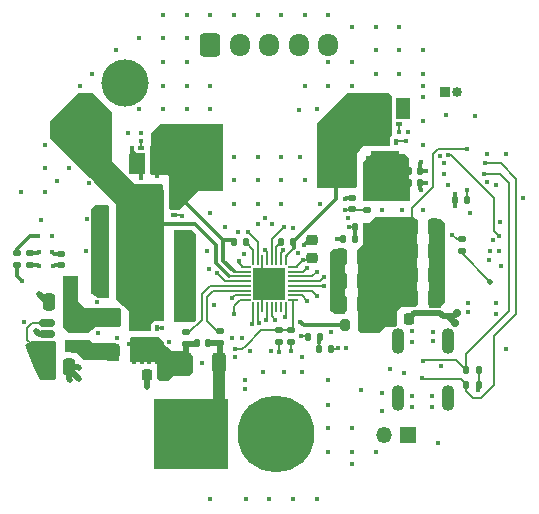
<source format=gbl>
%TF.GenerationSoftware,KiCad,Pcbnew,(6.0.9)*%
%TF.CreationDate,2023-02-02T10:15:23+01:00*%
%TF.ProjectId,BatteryManagementBoard,42617474-6572-4794-9d61-6e6167656d65,rev?*%
%TF.SameCoordinates,Original*%
%TF.FileFunction,Copper,L6,Bot*%
%TF.FilePolarity,Positive*%
%FSLAX46Y46*%
G04 Gerber Fmt 4.6, Leading zero omitted, Abs format (unit mm)*
G04 Created by KiCad (PCBNEW (6.0.9)) date 2023-02-02 10:15:23*
%MOMM*%
%LPD*%
G01*
G04 APERTURE LIST*
G04 Aperture macros list*
%AMRoundRect*
0 Rectangle with rounded corners*
0 $1 Rounding radius*
0 $2 $3 $4 $5 $6 $7 $8 $9 X,Y pos of 4 corners*
0 Add a 4 corners polygon primitive as box body*
4,1,4,$2,$3,$4,$5,$6,$7,$8,$9,$2,$3,0*
0 Add four circle primitives for the rounded corners*
1,1,$1+$1,$2,$3*
1,1,$1+$1,$4,$5*
1,1,$1+$1,$6,$7*
1,1,$1+$1,$8,$9*
0 Add four rect primitives between the rounded corners*
20,1,$1+$1,$2,$3,$4,$5,0*
20,1,$1+$1,$4,$5,$6,$7,0*
20,1,$1+$1,$6,$7,$8,$9,0*
20,1,$1+$1,$8,$9,$2,$3,0*%
G04 Aperture macros list end*
%TA.AperFunction,ComponentPad*%
%ADD10O,1.100000X2.200000*%
%TD*%
%TA.AperFunction,ComponentPad*%
%ADD11R,0.850000X0.850000*%
%TD*%
%TA.AperFunction,ComponentPad*%
%ADD12O,0.850000X0.850000*%
%TD*%
%TA.AperFunction,SMDPad,CuDef*%
%ADD13RoundRect,0.135000X-0.185000X0.135000X-0.185000X-0.135000X0.185000X-0.135000X0.185000X0.135000X0*%
%TD*%
%TA.AperFunction,SMDPad,CuDef*%
%ADD14RoundRect,0.135000X-0.135000X-0.185000X0.135000X-0.185000X0.135000X0.185000X-0.135000X0.185000X0*%
%TD*%
%TA.AperFunction,ComponentPad*%
%ADD15R,1.350000X1.350000*%
%TD*%
%TA.AperFunction,ComponentPad*%
%ADD16O,1.350000X1.350000*%
%TD*%
%TA.AperFunction,SMDPad,CuDef*%
%ADD17RoundRect,0.250000X-0.250000X-0.475000X0.250000X-0.475000X0.250000X0.475000X-0.250000X0.475000X0*%
%TD*%
%TA.AperFunction,SMDPad,CuDef*%
%ADD18RoundRect,0.250000X0.250000X0.475000X-0.250000X0.475000X-0.250000X-0.475000X0.250000X-0.475000X0*%
%TD*%
%TA.AperFunction,SMDPad,CuDef*%
%ADD19R,0.430000X0.380000*%
%TD*%
%TA.AperFunction,SMDPad,CuDef*%
%ADD20R,0.300000X0.400000*%
%TD*%
%TA.AperFunction,SMDPad,CuDef*%
%ADD21R,1.980000X2.450000*%
%TD*%
%TA.AperFunction,SMDPad,CuDef*%
%ADD22R,0.500000X0.350000*%
%TD*%
%TA.AperFunction,SMDPad,CuDef*%
%ADD23RoundRect,0.140000X-0.170000X0.140000X-0.170000X-0.140000X0.170000X-0.140000X0.170000X0.140000X0*%
%TD*%
%TA.AperFunction,SMDPad,CuDef*%
%ADD24RoundRect,0.135000X0.185000X-0.135000X0.185000X0.135000X-0.185000X0.135000X-0.185000X-0.135000X0*%
%TD*%
%TA.AperFunction,SMDPad,CuDef*%
%ADD25RoundRect,0.225000X0.225000X0.250000X-0.225000X0.250000X-0.225000X-0.250000X0.225000X-0.250000X0*%
%TD*%
%TA.AperFunction,SMDPad,CuDef*%
%ADD26RoundRect,0.050000X0.337500X0.050000X-0.337500X0.050000X-0.337500X-0.050000X0.337500X-0.050000X0*%
%TD*%
%TA.AperFunction,SMDPad,CuDef*%
%ADD27RoundRect,0.050000X0.050000X0.337500X-0.050000X0.337500X-0.050000X-0.337500X0.050000X-0.337500X0*%
%TD*%
%TA.AperFunction,SMDPad,CuDef*%
%ADD28R,2.800000X2.800000*%
%TD*%
%TA.AperFunction,ComponentPad*%
%ADD29RoundRect,0.250000X-0.600000X-0.725000X0.600000X-0.725000X0.600000X0.725000X-0.600000X0.725000X0*%
%TD*%
%TA.AperFunction,ComponentPad*%
%ADD30O,1.700000X1.950000*%
%TD*%
%TA.AperFunction,SMDPad,CuDef*%
%ADD31R,3.250000X5.000000*%
%TD*%
%TA.AperFunction,SMDPad,CuDef*%
%ADD32RoundRect,0.225000X0.250000X-0.225000X0.250000X0.225000X-0.250000X0.225000X-0.250000X-0.225000X0*%
%TD*%
%TA.AperFunction,SMDPad,CuDef*%
%ADD33R,0.380000X0.430000*%
%TD*%
%TA.AperFunction,SMDPad,CuDef*%
%ADD34R,0.400000X0.300000*%
%TD*%
%TA.AperFunction,SMDPad,CuDef*%
%ADD35R,2.450000X1.980000*%
%TD*%
%TA.AperFunction,SMDPad,CuDef*%
%ADD36R,0.350000X0.500000*%
%TD*%
%TA.AperFunction,SMDPad,CuDef*%
%ADD37RoundRect,0.140000X0.140000X0.170000X-0.140000X0.170000X-0.140000X-0.170000X0.140000X-0.170000X0*%
%TD*%
%TA.AperFunction,SMDPad,CuDef*%
%ADD38RoundRect,0.135000X0.135000X0.185000X-0.135000X0.185000X-0.135000X-0.185000X0.135000X-0.185000X0*%
%TD*%
%TA.AperFunction,SMDPad,CuDef*%
%ADD39RoundRect,0.250000X0.625000X-0.312500X0.625000X0.312500X-0.625000X0.312500X-0.625000X-0.312500X0*%
%TD*%
%TA.AperFunction,SMDPad,CuDef*%
%ADD40RoundRect,0.140000X0.170000X-0.140000X0.170000X0.140000X-0.170000X0.140000X-0.170000X-0.140000X0*%
%TD*%
%TA.AperFunction,SMDPad,CuDef*%
%ADD41RoundRect,0.218750X0.218750X0.256250X-0.218750X0.256250X-0.218750X-0.256250X0.218750X-0.256250X0*%
%TD*%
%TA.AperFunction,ComponentPad*%
%ADD42C,6.500000*%
%TD*%
%TA.AperFunction,ComponentPad*%
%ADD43R,6.300000X6.000000*%
%TD*%
%TA.AperFunction,SMDPad,CuDef*%
%ADD44RoundRect,0.140000X-0.140000X-0.170000X0.140000X-0.170000X0.140000X0.170000X-0.140000X0.170000X0*%
%TD*%
%TA.AperFunction,SMDPad,CuDef*%
%ADD45RoundRect,0.250000X-0.312500X-0.625000X0.312500X-0.625000X0.312500X0.625000X-0.312500X0.625000X0*%
%TD*%
%TA.AperFunction,ComponentPad*%
%ADD46C,4.000000*%
%TD*%
%TA.AperFunction,SMDPad,CuDef*%
%ADD47RoundRect,0.250000X1.075000X-0.375000X1.075000X0.375000X-1.075000X0.375000X-1.075000X-0.375000X0*%
%TD*%
%TA.AperFunction,SMDPad,CuDef*%
%ADD48RoundRect,0.150000X-0.512500X-0.150000X0.512500X-0.150000X0.512500X0.150000X-0.512500X0.150000X0*%
%TD*%
%TA.AperFunction,SMDPad,CuDef*%
%ADD49RoundRect,0.200000X0.200000X0.275000X-0.200000X0.275000X-0.200000X-0.275000X0.200000X-0.275000X0*%
%TD*%
%TA.AperFunction,ViaPad*%
%ADD50C,0.450000*%
%TD*%
%TA.AperFunction,ViaPad*%
%ADD51C,0.800000*%
%TD*%
%TA.AperFunction,ViaPad*%
%ADD52C,0.500000*%
%TD*%
%TA.AperFunction,ViaPad*%
%ADD53C,0.700000*%
%TD*%
%TA.AperFunction,Conductor*%
%ADD54C,0.200000*%
%TD*%
%TA.AperFunction,Conductor*%
%ADD55C,0.500000*%
%TD*%
%TA.AperFunction,Conductor*%
%ADD56C,0.300000*%
%TD*%
%TA.AperFunction,Conductor*%
%ADD57C,1.000000*%
%TD*%
G04 APERTURE END LIST*
D10*
X165150000Y-107600000D03*
X160850000Y-107600000D03*
X165150000Y-112400000D03*
X160850000Y-112400000D03*
D11*
X164850000Y-86550000D03*
D12*
X165850000Y-86550000D03*
D13*
X129700000Y-100190000D03*
X129700000Y-101210000D03*
D14*
X165720000Y-95710000D03*
X166740000Y-95710000D03*
D15*
X161700000Y-115600000D03*
D16*
X159700000Y-115600000D03*
D17*
X162050000Y-100000000D03*
X163950000Y-100000000D03*
D14*
X157240000Y-98000000D03*
X158260000Y-98000000D03*
D18*
X133250000Y-104300000D03*
X131350000Y-104300000D03*
D19*
X159610000Y-86850000D03*
X159610000Y-89650000D03*
D20*
X158110000Y-87275000D03*
X158110000Y-89225000D03*
X158110000Y-87925000D03*
X158110000Y-88575000D03*
D21*
X159250000Y-88250000D03*
D22*
X161010000Y-89225000D03*
X161010000Y-88575000D03*
X161010000Y-87275000D03*
X161010000Y-87925000D03*
D23*
X150800000Y-106720000D03*
X150800000Y-107680000D03*
D17*
X162050000Y-104000000D03*
X163950000Y-104000000D03*
D18*
X142450000Y-105000000D03*
X140550000Y-105000000D03*
D20*
X139000000Y-96975000D03*
X139000000Y-95025000D03*
X139000000Y-95675000D03*
D19*
X140500000Y-97400000D03*
D21*
X140140000Y-96000000D03*
D19*
X140500000Y-94600000D03*
D20*
X139000000Y-96325000D03*
D22*
X141900000Y-96975000D03*
X141900000Y-95675000D03*
X141900000Y-95025000D03*
X141900000Y-96325000D03*
D18*
X157950000Y-102500000D03*
X156050000Y-102500000D03*
D14*
X166690000Y-111300000D03*
X167710000Y-111300000D03*
D24*
X151800000Y-107710000D03*
X151800000Y-106690000D03*
D13*
X166300000Y-98990000D03*
X166300000Y-100010000D03*
D17*
X131150000Y-109800000D03*
X133050000Y-109800000D03*
D25*
X141175000Y-110500000D03*
X139625000Y-110500000D03*
D17*
X162050000Y-98000000D03*
X163950000Y-98000000D03*
X135850000Y-103000000D03*
X137750000Y-103000000D03*
D26*
X151987500Y-101350000D03*
X151987500Y-101750000D03*
X151987500Y-102150000D03*
X151987500Y-102550000D03*
X151987500Y-102950000D03*
X151987500Y-103350000D03*
X151987500Y-103750000D03*
X151987500Y-104150000D03*
D27*
X151400000Y-104737500D03*
X151000000Y-104737500D03*
X150600000Y-104737500D03*
X150200000Y-104737500D03*
X149800000Y-104737500D03*
X149400000Y-104737500D03*
X149000000Y-104737500D03*
X148600000Y-104737500D03*
D26*
X148012500Y-104150000D03*
X148012500Y-103750000D03*
X148012500Y-103350000D03*
X148012500Y-102950000D03*
X148012500Y-102550000D03*
X148012500Y-102150000D03*
X148012500Y-101750000D03*
X148012500Y-101350000D03*
D27*
X148600000Y-100762500D03*
X149000000Y-100762500D03*
X149400000Y-100762500D03*
X149800000Y-100762500D03*
X150200000Y-100762500D03*
X150600000Y-100762500D03*
X151000000Y-100762500D03*
X151400000Y-100762500D03*
D28*
X150000000Y-102750000D03*
D29*
X145000000Y-82525000D03*
D30*
X147500000Y-82525000D03*
X150000000Y-82525000D03*
X152500000Y-82525000D03*
X155000000Y-82525000D03*
D17*
X162050000Y-102000000D03*
X163950000Y-102000000D03*
D14*
X166690000Y-110100000D03*
X167710000Y-110100000D03*
D31*
X155625000Y-92000000D03*
X144375000Y-92000000D03*
D18*
X142450000Y-99000000D03*
X140550000Y-99000000D03*
X142450000Y-103000000D03*
X140550000Y-103000000D03*
D32*
X153600000Y-100575000D03*
X153600000Y-99025000D03*
D33*
X138100000Y-107890000D03*
D34*
X140475000Y-109390000D03*
X138525000Y-109390000D03*
D33*
X140900000Y-107890000D03*
D34*
X139175000Y-109390000D03*
X139825000Y-109390000D03*
D35*
X139500000Y-108250000D03*
D36*
X140475000Y-106490000D03*
X139175000Y-106490000D03*
X138525000Y-106490000D03*
X139825000Y-106490000D03*
D37*
X157230000Y-99000000D03*
X156270000Y-99000000D03*
D38*
X154260000Y-107250000D03*
X153240000Y-107250000D03*
D13*
X145800000Y-106790000D03*
X145800000Y-107810000D03*
D39*
X160000000Y-97962500D03*
X160000000Y-95037500D03*
D40*
X157000000Y-96480000D03*
X157000000Y-95520000D03*
D41*
X161787500Y-105750000D03*
X160212500Y-105750000D03*
D42*
X150600000Y-115500000D03*
D43*
X143400000Y-115500000D03*
D44*
X161820000Y-93200000D03*
X162780000Y-93200000D03*
D18*
X157950000Y-104500000D03*
X156050000Y-104500000D03*
D17*
X135850000Y-101000000D03*
X137750000Y-101000000D03*
D44*
X147020000Y-99250000D03*
X147980000Y-99250000D03*
D40*
X132400000Y-101180000D03*
X132400000Y-100220000D03*
D24*
X158250000Y-96510000D03*
X158250000Y-95490000D03*
D45*
X142837500Y-109500000D03*
X145762500Y-109500000D03*
D34*
X158775000Y-93640000D03*
D33*
X161150000Y-92140000D03*
D34*
X160725000Y-93640000D03*
X160075000Y-93640000D03*
X159425000Y-93640000D03*
D33*
X158350000Y-92140000D03*
D35*
X159750000Y-92500000D03*
D36*
X160725000Y-90740000D03*
X158775000Y-90740000D03*
X160075000Y-90740000D03*
X159425000Y-90740000D03*
D46*
X137817767Y-85732233D03*
X134282233Y-89267767D03*
D47*
X136000000Y-108500000D03*
X136000000Y-105700000D03*
D37*
X151980000Y-99200000D03*
X151020000Y-99200000D03*
D48*
X131212500Y-108012500D03*
X131212500Y-107062500D03*
X131212500Y-106112500D03*
X133487500Y-106112500D03*
X133487500Y-108012500D03*
D21*
X140860000Y-92250000D03*
D19*
X140500000Y-93650000D03*
D20*
X142000000Y-91275000D03*
D19*
X140500000Y-90850000D03*
D20*
X142000000Y-93225000D03*
X142000000Y-92575000D03*
X142000000Y-91925000D03*
D22*
X139100000Y-91275000D03*
X139100000Y-91925000D03*
X139100000Y-93225000D03*
X139100000Y-92575000D03*
D17*
X135850000Y-97000000D03*
X137750000Y-97000000D03*
D38*
X155260000Y-108250000D03*
X154240000Y-108250000D03*
D49*
X158025000Y-106300000D03*
X156375000Y-106300000D03*
D18*
X157950000Y-100500000D03*
X156050000Y-100500000D03*
D44*
X143840000Y-107800000D03*
X144800000Y-107800000D03*
D13*
X128600000Y-100190000D03*
X128600000Y-101210000D03*
D18*
X142450000Y-101000000D03*
X140550000Y-101000000D03*
D44*
X161820000Y-94200000D03*
X162780000Y-94200000D03*
D17*
X135850000Y-99000000D03*
X137750000Y-99000000D03*
D13*
X142900000Y-106890000D03*
X142900000Y-107910000D03*
D50*
X166700000Y-91340000D03*
X155000000Y-86000000D03*
X164700000Y-101600000D03*
X163800000Y-113200000D03*
X162100000Y-112300000D03*
X131000000Y-93000000D03*
X145300000Y-104600000D03*
X165690000Y-95200000D03*
X156998944Y-80997933D03*
X152600000Y-92000000D03*
X163300000Y-93200000D03*
X137100000Y-107400000D03*
X149000000Y-94000000D03*
X132000000Y-94100000D03*
X144860000Y-101500000D03*
X150996922Y-79994855D03*
X147890000Y-100230000D03*
X158991799Y-82990766D03*
X137993844Y-89992789D03*
X143400000Y-105700000D03*
X130700000Y-97400000D03*
X142500000Y-100000000D03*
X166800000Y-105200000D03*
X168460000Y-94160000D03*
X161250000Y-96500000D03*
X137000000Y-83000000D03*
X130500000Y-103600000D03*
X145000000Y-121000000D03*
X144300000Y-109500000D03*
X148995192Y-91994518D03*
X160998966Y-84987667D03*
X162100000Y-106800000D03*
X167700000Y-111800000D03*
X170000000Y-108250000D03*
X145000000Y-96750000D03*
X139600000Y-111500000D03*
X157000000Y-118000000D03*
X164250000Y-116250000D03*
X149000000Y-97700000D03*
X163000000Y-86000000D03*
X156400000Y-95600000D03*
X160998966Y-82989733D03*
X161710000Y-89960000D03*
X135100000Y-101500000D03*
X138400000Y-93300000D03*
X134750000Y-94250000D03*
X147000000Y-96000000D03*
X143000000Y-86000000D03*
X146992833Y-79994855D03*
X169200000Y-105300000D03*
X155800000Y-108200000D03*
X134500000Y-100000000D03*
D51*
X149200000Y-103700000D03*
D50*
X131000000Y-95000000D03*
X143400000Y-103300000D03*
X130500000Y-100100000D03*
X155000000Y-117000000D03*
X157000000Y-117000000D03*
X159000000Y-117000000D03*
X162996900Y-86997933D03*
X138400000Y-92000000D03*
X164410000Y-91980000D03*
X155300000Y-101200000D03*
X164700000Y-98100000D03*
X162999999Y-90998966D03*
X151800000Y-108500000D03*
X164000000Y-99000000D03*
X164700000Y-98900000D03*
X147994855Y-120991778D03*
X161600000Y-87300000D03*
X152440000Y-100200000D03*
X169200000Y-104400000D03*
X154992789Y-79994855D03*
X147330000Y-98410000D03*
X157000000Y-115000000D03*
X133879122Y-109920878D03*
X163800000Y-112300000D03*
X138400000Y-92700000D03*
X129200000Y-106000000D03*
X152994855Y-79994855D03*
X156000000Y-103500000D03*
X145000000Y-86000000D03*
X147700000Y-107400000D03*
X152994855Y-93994855D03*
X143400000Y-99700000D03*
X148998988Y-79994855D03*
X149600000Y-97200000D03*
X129000000Y-95000000D03*
X155300000Y-102000000D03*
X135800000Y-100000000D03*
X141000000Y-80000000D03*
X152000000Y-98040000D03*
X133000000Y-93000000D03*
X151000000Y-94000000D03*
X155300000Y-104600000D03*
X164700000Y-100700000D03*
X135100000Y-98700000D03*
X142994855Y-81994855D03*
X155300000Y-102800000D03*
X152750000Y-109000000D03*
X143400000Y-98800000D03*
X135100000Y-103100000D03*
X155001033Y-110940401D03*
X164700000Y-102500000D03*
X162800000Y-92500000D03*
X131624500Y-100100000D03*
D51*
X150900000Y-103700000D03*
D50*
X159500000Y-96500000D03*
X148400000Y-108500000D03*
X163300000Y-94200000D03*
X154000000Y-121000000D03*
X150200000Y-97700000D03*
X156650878Y-97209122D03*
X143000000Y-84000000D03*
X143400000Y-104900000D03*
X130200000Y-106800000D03*
X155300000Y-103700000D03*
X144994899Y-79994855D03*
X135400000Y-104300000D03*
X162100000Y-113200000D03*
X154988700Y-112999999D03*
X131000000Y-91000000D03*
X135500000Y-106900000D03*
X142500000Y-102000000D03*
X168891670Y-99091392D03*
X161000000Y-81000000D03*
X142500000Y-104000000D03*
X156996900Y-85987667D03*
X135800000Y-98000000D03*
X168700000Y-100000000D03*
X138400000Y-91300000D03*
X162999999Y-88996900D03*
X155300000Y-100300000D03*
X164700000Y-103300000D03*
X133130026Y-110948504D03*
X141000000Y-88000000D03*
X162100000Y-107700000D03*
X146800000Y-107400000D03*
X167370000Y-88560000D03*
X157750000Y-111750000D03*
X151250000Y-110250000D03*
X152000000Y-121000000D03*
X155700000Y-99000000D03*
X166800000Y-104400000D03*
X149000000Y-96000000D03*
X135100000Y-100600000D03*
X156000000Y-101500000D03*
X163850000Y-107650000D03*
X162800000Y-94800000D03*
X143400000Y-101500000D03*
X155000000Y-115000000D03*
X163000000Y-96500000D03*
X147000000Y-94000000D03*
X135100000Y-96700000D03*
X169400000Y-100000000D03*
X164000000Y-101000000D03*
X153000000Y-86000000D03*
X167000000Y-96800000D03*
X149991778Y-120991778D03*
X162996900Y-84987667D03*
X138996922Y-87994855D03*
X161600000Y-88500000D03*
X135000000Y-85000000D03*
X168420000Y-91790000D03*
X150800000Y-108534500D03*
X164700000Y-104100000D03*
X151000000Y-92000000D03*
X143000000Y-88000000D03*
X133900000Y-110800000D03*
X152750000Y-110250000D03*
X158991799Y-80992833D03*
X155000000Y-84000000D03*
X147000000Y-92000000D03*
X147900000Y-111700000D03*
X141000000Y-84000000D03*
X142996965Y-79994855D03*
X143400000Y-100600000D03*
X139110000Y-90010000D03*
X151000000Y-96000000D03*
X152540000Y-88040000D03*
D51*
X149200000Y-101900000D03*
D50*
X134000000Y-86000000D03*
X152900000Y-99500000D03*
X160200000Y-110000000D03*
X153999999Y-87997933D03*
X164700000Y-99800000D03*
X143400000Y-102400000D03*
X139100000Y-93800000D03*
X171500000Y-95500000D03*
X159500000Y-113500000D03*
X162999999Y-82990766D03*
X161600000Y-87900000D03*
X143400000Y-104100000D03*
X141000000Y-86000000D03*
X150124500Y-108500000D03*
X135800000Y-102000000D03*
X135100000Y-99700000D03*
X158988700Y-84987667D03*
X164960000Y-88510000D03*
X159500000Y-112000000D03*
X141000000Y-82000000D03*
X149500000Y-110250000D03*
X165750000Y-96210000D03*
X154250000Y-96000000D03*
X138989733Y-81999999D03*
X156996900Y-83989733D03*
D51*
X150900000Y-101900000D03*
D50*
X146250000Y-98000000D03*
X164000000Y-103000000D03*
X163865000Y-106865000D03*
X144750000Y-100000000D03*
X134600000Y-97300000D03*
X170000000Y-91750000D03*
X147100000Y-109000000D03*
X135100000Y-102300000D03*
X145000000Y-88000000D03*
X135100000Y-97700000D03*
X154000000Y-101800000D03*
X156700000Y-98000000D03*
X156400000Y-96500000D03*
X153191973Y-101429983D03*
X138300000Y-104600000D03*
X139200000Y-104600000D03*
X152825000Y-100775000D03*
X152600000Y-106000000D03*
X153206233Y-104193767D03*
X152700000Y-107200000D03*
X148500000Y-106200000D03*
X147000000Y-105300000D03*
X149600000Y-99900000D03*
X147100000Y-108300000D03*
X141514502Y-107700000D03*
X131600000Y-98700000D03*
X131700000Y-101300000D03*
X151300000Y-105600000D03*
X132760000Y-102540000D03*
X133600000Y-102500000D03*
D52*
X168700000Y-102600000D03*
D50*
X129050000Y-102540000D03*
X169180000Y-94410000D03*
D53*
X165715688Y-106107186D03*
X165850000Y-105250000D03*
D50*
X168160000Y-93490000D03*
X162994502Y-109275500D03*
X161399832Y-110299832D03*
X164540210Y-109750000D03*
X168220000Y-92550000D03*
X162950000Y-110750000D03*
X154200000Y-107700000D03*
X154044500Y-103800000D03*
X169600000Y-101300000D03*
X164800000Y-92520000D03*
X150500000Y-105800000D03*
X149703061Y-105798166D03*
X168570000Y-100775500D03*
X156500000Y-108200000D03*
X164780000Y-93450000D03*
X169410000Y-98700000D03*
X165120878Y-91864500D03*
X154600000Y-102200000D03*
X165475500Y-98600000D03*
X154600000Y-103000000D03*
X155200000Y-106874500D03*
X130500000Y-101300000D03*
X147900000Y-110900000D03*
X149145936Y-106132031D03*
X130400000Y-98700000D03*
X146800000Y-104000000D03*
X140900000Y-106500000D03*
X145543767Y-101856233D03*
X147400000Y-100800000D03*
X142600000Y-97000000D03*
X148200000Y-98400000D03*
X139100000Y-90700000D03*
X151200000Y-98000000D03*
X161000000Y-89900000D03*
X161600000Y-90700000D03*
X151174500Y-99950000D03*
X166700000Y-94840000D03*
X169530000Y-97500000D03*
X165110000Y-94420000D03*
X130100000Y-107900000D03*
X130100000Y-108800000D03*
D54*
X164280000Y-91340000D02*
X163840000Y-91780000D01*
X163840000Y-91780000D02*
X163840000Y-94560000D01*
X162050000Y-96350000D02*
X162050000Y-98000000D01*
X163840000Y-94560000D02*
X162050000Y-96350000D01*
X166700000Y-91340000D02*
X164280000Y-91340000D01*
D55*
X133758244Y-109800000D02*
X133879122Y-109920878D01*
X139625000Y-111475000D02*
X139600000Y-111500000D01*
D54*
X149400000Y-101700000D02*
X149200000Y-101900000D01*
D56*
X129700000Y-100190000D02*
X130410000Y-100190000D01*
D54*
X165720000Y-96180000D02*
X165750000Y-96210000D01*
X165720000Y-95230000D02*
X165690000Y-95200000D01*
D55*
X133050000Y-109950000D02*
X133900000Y-110800000D01*
D56*
X132400000Y-100220000D02*
X131744500Y-100220000D01*
X156480000Y-95520000D02*
X156400000Y-95600000D01*
D54*
X155750000Y-108250000D02*
X155800000Y-108200000D01*
X149400000Y-104737500D02*
X149400000Y-103350000D01*
D56*
X139100000Y-93800000D02*
X139100000Y-93225000D01*
D55*
X133050000Y-109800000D02*
X133050000Y-110868478D01*
X131350000Y-104300000D02*
X131200000Y-104300000D01*
X130462500Y-107062500D02*
X131212500Y-107062500D01*
D54*
X150800000Y-107680000D02*
X150800000Y-108534500D01*
X167710000Y-110100000D02*
X167710000Y-111300000D01*
D56*
X162780000Y-92520000D02*
X162800000Y-92500000D01*
D54*
X155260000Y-108250000D02*
X155750000Y-108250000D01*
X165720000Y-95710000D02*
X165720000Y-96180000D01*
D56*
X162780000Y-94200000D02*
X162780000Y-94780000D01*
X162780000Y-94200000D02*
X163300000Y-94200000D01*
D54*
X149400000Y-100762500D02*
X149400000Y-101700000D01*
D56*
X162780000Y-93200000D02*
X162780000Y-92520000D01*
X138400000Y-91600000D02*
X138700000Y-91900000D01*
X130410000Y-100190000D02*
X130500000Y-100100000D01*
X162780000Y-93200000D02*
X163300000Y-93200000D01*
D55*
X133050000Y-109800000D02*
X133758244Y-109800000D01*
D56*
X153375000Y-99025000D02*
X152900000Y-99500000D01*
X157000000Y-95520000D02*
X156480000Y-95520000D01*
X162780000Y-94780000D02*
X162800000Y-94800000D01*
D54*
X149400000Y-103350000D02*
X150000000Y-102750000D01*
D55*
X130200000Y-106800000D02*
X130462500Y-107062500D01*
D54*
X167710000Y-111300000D02*
X167710000Y-111790000D01*
D56*
X153600000Y-99025000D02*
X153375000Y-99025000D01*
X138400000Y-91300000D02*
X138400000Y-91600000D01*
D55*
X133050000Y-109800000D02*
X133050000Y-109950000D01*
D54*
X167710000Y-111790000D02*
X167700000Y-111800000D01*
D56*
X131744500Y-100220000D02*
X131624500Y-100100000D01*
D54*
X165720000Y-95710000D02*
X165720000Y-95230000D01*
D55*
X139625000Y-110500000D02*
X139625000Y-111475000D01*
D54*
X151800000Y-107710000D02*
X151800000Y-108500000D01*
D55*
X131200000Y-104300000D02*
X130500000Y-103600000D01*
X133050000Y-110868478D02*
X133130026Y-110948504D01*
D56*
X156270000Y-99000000D02*
X155700000Y-99000000D01*
D54*
X153650000Y-102150000D02*
X154000000Y-101800000D01*
X151987500Y-102150000D02*
X153650000Y-102150000D01*
D56*
X157240000Y-98000000D02*
X157240000Y-98990000D01*
D54*
X156700000Y-98000000D02*
X157240000Y-98000000D01*
D56*
X157240000Y-98990000D02*
X157230000Y-99000000D01*
D54*
X153191973Y-101429983D02*
X152871956Y-101750000D01*
X158240000Y-96500000D02*
X158250000Y-96510000D01*
X152871956Y-101750000D02*
X151987500Y-101750000D01*
X156400000Y-96500000D02*
X158240000Y-96500000D01*
D56*
X155625000Y-95625000D02*
X152100000Y-99150000D01*
D54*
X151583482Y-100283481D02*
X152100000Y-99766963D01*
X151400000Y-100762500D02*
X151400000Y-100466963D01*
D56*
X152100000Y-99150000D02*
X152100000Y-99700000D01*
X155625000Y-92000000D02*
X155625000Y-95625000D01*
D54*
X152100000Y-99766963D02*
X152100000Y-99700000D01*
X151400000Y-100466963D02*
X151583482Y-100283481D01*
X150600000Y-99620000D02*
X151020000Y-99200000D01*
X150600000Y-100762500D02*
X150600000Y-99620000D01*
D56*
X146100000Y-99100000D02*
X142700000Y-95700000D01*
D54*
X148012500Y-101750000D02*
X147050000Y-101750000D01*
D56*
X146870000Y-99100000D02*
X147020000Y-99250000D01*
X146100000Y-99100000D02*
X146870000Y-99100000D01*
D54*
X147050000Y-101750000D02*
X147000000Y-101700000D01*
D56*
X146100000Y-100800000D02*
X146100000Y-99100000D01*
X147000000Y-101700000D02*
X146100000Y-100800000D01*
D54*
X148600000Y-100762500D02*
X148600000Y-99870000D01*
X148600000Y-99870000D02*
X147980000Y-99250000D01*
D56*
X143700000Y-97700000D02*
X140500000Y-97700000D01*
D54*
X146600000Y-102100000D02*
X146650000Y-102150000D01*
X146650000Y-102150000D02*
X148012500Y-102150000D01*
D56*
X146600000Y-102100000D02*
X145500000Y-101000000D01*
X145500000Y-101000000D02*
X145500000Y-99500000D01*
X145500000Y-99500000D02*
X143700000Y-97700000D01*
D55*
X142900000Y-107910000D02*
X143730000Y-107910000D01*
X142900000Y-107910000D02*
X142900000Y-109437500D01*
X143730000Y-107910000D02*
X143840000Y-107800000D01*
X145790000Y-107800000D02*
X145800000Y-107810000D01*
X144800000Y-107800000D02*
X145790000Y-107800000D01*
D57*
X145762500Y-113137500D02*
X145762500Y-109500000D01*
X143400000Y-115500000D02*
X145762500Y-113137500D01*
D55*
X145800000Y-107810000D02*
X145800000Y-109462500D01*
X145800000Y-109462500D02*
X145762500Y-109500000D01*
D54*
X151987500Y-101350000D02*
X152250000Y-101350000D01*
X152825000Y-100775000D02*
X153600000Y-100775000D01*
D56*
X156375000Y-106300000D02*
X152900000Y-106300000D01*
D54*
X152250000Y-101350000D02*
X152825000Y-100775000D01*
D56*
X152900000Y-106300000D02*
X152600000Y-106000000D01*
D54*
X152762466Y-103750000D02*
X153206233Y-104193767D01*
X152700000Y-107200000D02*
X153190000Y-107200000D01*
X153190000Y-107200000D02*
X153240000Y-107250000D01*
X151987500Y-103750000D02*
X152762466Y-103750000D01*
X148600000Y-106100000D02*
X148500000Y-106200000D01*
X148600000Y-104737500D02*
X148600000Y-106100000D01*
X148012500Y-104150000D02*
X147550000Y-104150000D01*
X147550000Y-104150000D02*
X147100000Y-104600000D01*
X147000000Y-104700000D02*
X147000000Y-105300000D01*
X147100000Y-104600000D02*
X147000000Y-104700000D01*
X149800000Y-100100000D02*
X149600000Y-99900000D01*
X149800000Y-100762500D02*
X149800000Y-100100000D01*
X151987500Y-104150000D02*
X151987500Y-106502500D01*
X147700000Y-108300000D02*
X147100000Y-108300000D01*
X149280000Y-106720000D02*
X148000000Y-108000000D01*
X150800000Y-106720000D02*
X149280000Y-106720000D01*
X151987500Y-106502500D02*
X151800000Y-106690000D01*
X148000000Y-108000000D02*
X147700000Y-108300000D01*
X150830000Y-106690000D02*
X150800000Y-106720000D01*
X151800000Y-106690000D02*
X150830000Y-106690000D01*
D56*
X131820000Y-101180000D02*
X131700000Y-101300000D01*
D54*
X151300000Y-105600000D02*
X151400000Y-105500000D01*
X151400000Y-105500000D02*
X151400000Y-104737500D01*
D56*
X132400000Y-101180000D02*
X131820000Y-101180000D01*
D54*
X166300000Y-100200000D02*
X168700000Y-102600000D01*
D56*
X128600000Y-101210000D02*
X128600000Y-102090000D01*
D54*
X166300000Y-100010000D02*
X166300000Y-100200000D01*
D56*
X128600000Y-102090000D02*
X129050000Y-102540000D01*
D55*
X164470002Y-105250000D02*
X164710001Y-105489999D01*
X165610001Y-105489999D02*
X164710001Y-105489999D01*
X162287500Y-105250000D02*
X164470002Y-105250000D01*
X165098501Y-105489999D02*
X164710001Y-105489999D01*
X165850000Y-105250000D02*
X165610001Y-105489999D01*
X161787500Y-105750000D02*
X162287500Y-105250000D01*
X165715688Y-106107186D02*
X165098501Y-105489999D01*
D54*
X170300000Y-105100000D02*
X166690000Y-108710000D01*
X163045002Y-109225000D02*
X165815000Y-109225000D01*
X168160000Y-93490000D02*
X169540000Y-93490000D01*
X170300000Y-94250000D02*
X170300000Y-105100000D01*
X165815000Y-109225000D02*
X166690000Y-110100000D01*
X169540000Y-93490000D02*
X170300000Y-94250000D01*
X162994502Y-109275500D02*
X163045002Y-109225000D01*
X166690000Y-108710000D02*
X166690000Y-110100000D01*
X169580000Y-92550000D02*
X170900000Y-93870000D01*
X163000000Y-110800000D02*
X166190000Y-110800000D01*
X169000000Y-107200000D02*
X169000000Y-111350000D01*
X166190000Y-110800000D02*
X166690000Y-111300000D01*
X168220000Y-92550000D02*
X169580000Y-92550000D01*
X170900000Y-105300000D02*
X169000000Y-107200000D01*
X169000000Y-111350000D02*
X167950000Y-112400000D01*
X167950000Y-112400000D02*
X167200000Y-112400000D01*
X166690000Y-111890000D02*
X166690000Y-111300000D01*
X170900000Y-93870000D02*
X170900000Y-105300000D01*
X167200000Y-112400000D02*
X166690000Y-111890000D01*
X162950000Y-110750000D02*
X163000000Y-110800000D01*
X154240000Y-107740000D02*
X154200000Y-107700000D01*
X154044500Y-103800000D02*
X153594500Y-103350000D01*
X154240000Y-108250000D02*
X154240000Y-107740000D01*
X154260000Y-107640000D02*
X154200000Y-107700000D01*
X153594500Y-103350000D02*
X151987500Y-103350000D01*
X154260000Y-107250000D02*
X154260000Y-107640000D01*
X150200000Y-104737500D02*
X150200000Y-105500000D01*
X150200000Y-105500000D02*
X150500000Y-105800000D01*
X149800000Y-105701227D02*
X149703061Y-105798166D01*
X149800000Y-104737500D02*
X149800000Y-105701227D01*
X169005000Y-98295000D02*
X169410000Y-98700000D01*
X165354500Y-91864500D02*
X169005000Y-95515000D01*
X165120878Y-91864500D02*
X165354500Y-91864500D01*
X169005000Y-95515000D02*
X169005000Y-98295000D01*
X151987500Y-102550000D02*
X154250000Y-102550000D01*
X165865500Y-98990000D02*
X165475500Y-98600000D01*
X166300000Y-98990000D02*
X165865500Y-98990000D01*
X154250000Y-102550000D02*
X154600000Y-102200000D01*
X151987500Y-102950000D02*
X154550000Y-102950000D01*
D56*
X129700000Y-101210000D02*
X130410000Y-101210000D01*
D54*
X154550000Y-102950000D02*
X154600000Y-103000000D01*
D56*
X130410000Y-101210000D02*
X130500000Y-101300000D01*
X129700000Y-98700000D02*
X130400000Y-98700000D01*
D54*
X149000000Y-104737500D02*
X149000000Y-105986095D01*
D56*
X128600000Y-100190000D02*
X128600000Y-99800000D01*
D54*
X149000000Y-105986095D02*
X149145936Y-106132031D01*
D56*
X128600000Y-99800000D02*
X129700000Y-98700000D01*
D54*
X148012500Y-103750000D02*
X147050000Y-103750000D01*
X147050000Y-103750000D02*
X146800000Y-104000000D01*
X145800000Y-106790000D02*
X145590000Y-106790000D01*
X144700000Y-105900000D02*
X144700000Y-103900000D01*
X145250000Y-103350000D02*
X148012500Y-103350000D01*
X145590000Y-106790000D02*
X144700000Y-105900000D01*
X144700000Y-103900000D02*
X145250000Y-103350000D01*
X148012500Y-102950000D02*
X144950000Y-102950000D01*
X143210000Y-106890000D02*
X142900000Y-106890000D01*
X144300000Y-103600000D02*
X144300000Y-105800000D01*
X144950000Y-102950000D02*
X144300000Y-103600000D01*
X144300000Y-105800000D02*
X143210000Y-106890000D01*
X148012500Y-102550000D02*
X146237534Y-102550000D01*
X140890000Y-106490000D02*
X140900000Y-106500000D01*
X146237534Y-102550000D02*
X145543767Y-101856233D01*
X140475000Y-106490000D02*
X140890000Y-106490000D01*
X148012500Y-101350000D02*
X147750000Y-101350000D01*
X141900000Y-96975000D02*
X142575000Y-96975000D01*
X142575000Y-96975000D02*
X142600000Y-97000000D01*
X147750000Y-101350000D02*
X147400000Y-101000000D01*
X147400000Y-101000000D02*
X147400000Y-100800000D01*
X149000000Y-100200000D02*
X149000000Y-99200000D01*
X139100000Y-90700000D02*
X139100000Y-91275000D01*
X149000000Y-100762500D02*
X149000000Y-100200000D01*
X149000000Y-99200000D02*
X148200000Y-98400000D01*
X161000000Y-89900000D02*
X161000000Y-89235000D01*
X150200000Y-100086760D02*
X150200000Y-100762500D01*
X150200000Y-100086760D02*
X150200000Y-99000000D01*
X161000000Y-89235000D02*
X161010000Y-89225000D01*
X150200000Y-99000000D02*
X151200000Y-98000000D01*
X160765000Y-90700000D02*
X160725000Y-90740000D01*
X151174500Y-99950000D02*
X151000000Y-100124500D01*
X161600000Y-90700000D02*
X160765000Y-90700000D01*
X151000000Y-100124500D02*
X151000000Y-100762500D01*
X166700000Y-95670000D02*
X166740000Y-95710000D01*
X166700000Y-94840000D02*
X166700000Y-95670000D01*
X129900000Y-107900000D02*
X130100000Y-107900000D01*
X131212500Y-106112500D02*
X129887500Y-106112500D01*
X129500000Y-107500000D02*
X129900000Y-107900000D01*
X129887500Y-106112500D02*
X129500000Y-106500000D01*
X129500000Y-106500000D02*
X129500000Y-107500000D01*
%TA.AperFunction,Conductor*%
G36*
X164515677Y-97319685D02*
G01*
X164536319Y-97336319D01*
X164863681Y-97663681D01*
X164897166Y-97725004D01*
X164900000Y-97751362D01*
X164900000Y-104255106D01*
X164880315Y-104322145D01*
X164871259Y-104334489D01*
X164522715Y-104752742D01*
X164464676Y-104791641D01*
X164438332Y-104795162D01*
X164438481Y-104796510D01*
X164429275Y-104797526D01*
X164420008Y-104797162D01*
X164412924Y-104799040D01*
X164404564Y-104799500D01*
X163624000Y-104799500D01*
X163556961Y-104779815D01*
X163511206Y-104727011D01*
X163500000Y-104675500D01*
X163500000Y-97424000D01*
X163519685Y-97356961D01*
X163572489Y-97311206D01*
X163624000Y-97300000D01*
X164448638Y-97300000D01*
X164515677Y-97319685D01*
G37*
%TD.AperFunction*%
%TA.AperFunction,Conductor*%
G36*
X161843039Y-87019685D02*
G01*
X161888794Y-87072489D01*
X161900000Y-87124000D01*
X161900000Y-88676000D01*
X161880315Y-88743039D01*
X161827511Y-88788794D01*
X161776000Y-88800000D01*
X160824000Y-88800000D01*
X160756961Y-88780315D01*
X160711206Y-88727511D01*
X160700000Y-88676000D01*
X160700000Y-87124000D01*
X160719685Y-87056961D01*
X160772489Y-87011206D01*
X160824000Y-87000000D01*
X161776000Y-87000000D01*
X161843039Y-87019685D01*
G37*
%TD.AperFunction*%
%TA.AperFunction,Conductor*%
G36*
X136343039Y-96119685D02*
G01*
X136388794Y-96172489D01*
X136400000Y-96224000D01*
X136400000Y-103876000D01*
X136380315Y-103943039D01*
X136327511Y-103988794D01*
X136276000Y-104000000D01*
X135537544Y-104000000D01*
X135468761Y-103979174D01*
X134955217Y-103636811D01*
X134910356Y-103583246D01*
X134900000Y-103533637D01*
X134900000Y-96551362D01*
X134919685Y-96484323D01*
X134936319Y-96463681D01*
X135263681Y-96136319D01*
X135325004Y-96102834D01*
X135351362Y-96100000D01*
X136276000Y-96100000D01*
X136343039Y-96119685D01*
G37*
%TD.AperFunction*%
%TA.AperFunction,Conductor*%
G36*
X143415677Y-98219685D02*
G01*
X143436319Y-98236319D01*
X143763681Y-98563681D01*
X143797166Y-98625004D01*
X143800000Y-98651362D01*
X143800000Y-105748638D01*
X143780315Y-105815677D01*
X143763681Y-105836319D01*
X143636319Y-105963681D01*
X143574996Y-105997166D01*
X143548638Y-106000000D01*
X142024000Y-106000000D01*
X141956961Y-105980315D01*
X141911206Y-105927511D01*
X141900000Y-105876000D01*
X141900000Y-98324000D01*
X141919685Y-98256961D01*
X141972489Y-98211206D01*
X142024000Y-98200000D01*
X143348638Y-98200000D01*
X143415677Y-98219685D01*
G37*
%TD.AperFunction*%
%TA.AperFunction,Conductor*%
G36*
X139443039Y-91719685D02*
G01*
X139488794Y-91772489D01*
X139500000Y-91824000D01*
X139500000Y-93376000D01*
X139480315Y-93443039D01*
X139427511Y-93488794D01*
X139376000Y-93500000D01*
X138224000Y-93500000D01*
X138156961Y-93480315D01*
X138111206Y-93427511D01*
X138100000Y-93376000D01*
X138100000Y-91824000D01*
X138119685Y-91756961D01*
X138172489Y-91711206D01*
X138224000Y-91700000D01*
X139376000Y-91700000D01*
X139443039Y-91719685D01*
G37*
%TD.AperFunction*%
%TA.AperFunction,Conductor*%
G36*
X140708961Y-107319685D02*
G01*
X140737180Y-107344616D01*
X140803334Y-107424000D01*
X141073647Y-107748376D01*
X141100860Y-107808358D01*
X141104783Y-107833126D01*
X141165974Y-107953220D01*
X141261282Y-108048528D01*
X141269979Y-108052960D01*
X141269980Y-108052960D01*
X141347216Y-108092315D01*
X141386179Y-108123416D01*
X141645385Y-108434462D01*
X141700000Y-108500000D01*
X143048638Y-108500000D01*
X143115677Y-108519685D01*
X143136319Y-108536319D01*
X143463681Y-108863681D01*
X143497166Y-108925004D01*
X143500000Y-108951362D01*
X143500000Y-110248638D01*
X143480315Y-110315677D01*
X143463681Y-110336319D01*
X143236319Y-110563681D01*
X143174996Y-110597166D01*
X143148638Y-110600000D01*
X141800000Y-110600000D01*
X141436319Y-110963681D01*
X141374996Y-110997166D01*
X141348638Y-111000000D01*
X140751362Y-111000000D01*
X140684323Y-110980315D01*
X140663681Y-110963681D01*
X140536319Y-110836319D01*
X140502834Y-110774996D01*
X140500000Y-110748638D01*
X140500000Y-109600000D01*
X140300000Y-109400000D01*
X138324000Y-109400000D01*
X138256961Y-109380315D01*
X138211206Y-109327511D01*
X138200000Y-109276000D01*
X138200000Y-107424000D01*
X138219685Y-107356961D01*
X138272489Y-107311206D01*
X138324000Y-107300000D01*
X140641922Y-107300000D01*
X140708961Y-107319685D01*
G37*
%TD.AperFunction*%
%TA.AperFunction,Conductor*%
G36*
X156343039Y-99819685D02*
G01*
X156388794Y-99872489D01*
X156400000Y-99924000D01*
X156400000Y-105176000D01*
X156380315Y-105243039D01*
X156327511Y-105288794D01*
X156276000Y-105300000D01*
X155541333Y-105300000D01*
X155474294Y-105280315D01*
X155466933Y-105275200D01*
X155334667Y-105176000D01*
X155149600Y-105037200D01*
X155107779Y-104981229D01*
X155100000Y-104938000D01*
X155100000Y-100151362D01*
X155119685Y-100084323D01*
X155136319Y-100063681D01*
X155363681Y-99836319D01*
X155425004Y-99802834D01*
X155451362Y-99800000D01*
X156276000Y-99800000D01*
X156343039Y-99819685D01*
G37*
%TD.AperFunction*%
%TA.AperFunction,Conductor*%
G36*
X134726400Y-107519800D02*
G01*
X135087146Y-107790360D01*
X135087147Y-107790360D01*
X135100000Y-107800000D01*
X136925226Y-107800000D01*
X136955818Y-107804845D01*
X136959931Y-107806181D01*
X136966874Y-107809719D01*
X137100000Y-107830804D01*
X137185513Y-107817260D01*
X137245945Y-107826831D01*
X137289210Y-107870096D01*
X137300000Y-107915041D01*
X137300000Y-109197754D01*
X137281093Y-109255945D01*
X137231593Y-109291909D01*
X137197808Y-109296703D01*
X135425771Y-109239541D01*
X134244412Y-109201433D01*
X134186862Y-109180659D01*
X134171554Y-109165865D01*
X133700000Y-108600000D01*
X132789149Y-108508915D01*
X132733129Y-108484311D01*
X132702269Y-108431478D01*
X132700000Y-108410406D01*
X132700000Y-107599000D01*
X132718907Y-107540809D01*
X132768407Y-107504845D01*
X132799000Y-107500000D01*
X134667000Y-107500000D01*
X134726400Y-107519800D01*
G37*
%TD.AperFunction*%
%TA.AperFunction,Conductor*%
G36*
X162215677Y-97119685D02*
G01*
X162236319Y-97136319D01*
X162463681Y-97363681D01*
X162497166Y-97425004D01*
X162500000Y-97451362D01*
X162500000Y-104576000D01*
X162480315Y-104643039D01*
X162427511Y-104688794D01*
X162376000Y-104700000D01*
X161200000Y-104700000D01*
X160800000Y-105100000D01*
X160800000Y-106248638D01*
X160780315Y-106315677D01*
X160763681Y-106336319D01*
X160742966Y-106357034D01*
X160684231Y-106389927D01*
X160656543Y-106396574D01*
X160627597Y-106400000D01*
X159800000Y-106400000D01*
X159336319Y-106863681D01*
X159274996Y-106897166D01*
X159248638Y-106900000D01*
X157751362Y-106900000D01*
X157684323Y-106880315D01*
X157663681Y-106863681D01*
X157536319Y-106736319D01*
X157502834Y-106674996D01*
X157500000Y-106648638D01*
X157500000Y-99951362D01*
X157519685Y-99884323D01*
X157536319Y-99863681D01*
X157900000Y-99500000D01*
X157900000Y-97724000D01*
X157919685Y-97656961D01*
X157972489Y-97611206D01*
X158024000Y-97600000D01*
X158500000Y-97600000D01*
X158963681Y-97136319D01*
X159025004Y-97102834D01*
X159051362Y-97100000D01*
X162148638Y-97100000D01*
X162215677Y-97119685D01*
G37*
%TD.AperFunction*%
%TA.AperFunction,Conductor*%
G36*
X133759191Y-102118907D02*
G01*
X133795155Y-102168407D01*
X133800000Y-102199000D01*
X133800000Y-104200000D01*
X134400000Y-104800000D01*
X137301000Y-104800000D01*
X137359191Y-104818907D01*
X137395155Y-104868407D01*
X137400000Y-104899000D01*
X137400000Y-106301000D01*
X137381093Y-106359191D01*
X137331593Y-106395155D01*
X137301000Y-106400000D01*
X135300000Y-106400000D01*
X135289979Y-106408351D01*
X134727535Y-106877054D01*
X134670728Y-106899782D01*
X134664157Y-106900000D01*
X133041008Y-106900000D01*
X132982817Y-106881093D01*
X132971004Y-106871004D01*
X132528996Y-106428996D01*
X132501219Y-106374479D01*
X132500000Y-106358992D01*
X132500000Y-102199000D01*
X132518907Y-102140809D01*
X132568407Y-102104845D01*
X132599000Y-102100000D01*
X133701000Y-102100000D01*
X133759191Y-102118907D01*
G37*
%TD.AperFunction*%
%TA.AperFunction,Conductor*%
G36*
X160115677Y-86619685D02*
G01*
X160136319Y-86636319D01*
X160363681Y-86863681D01*
X160397166Y-86925004D01*
X160400000Y-86951362D01*
X160400000Y-90062456D01*
X160379174Y-90131239D01*
X160200000Y-90400000D01*
X160200000Y-90976000D01*
X160180315Y-91043039D01*
X160127511Y-91088794D01*
X160076000Y-91100000D01*
X157900000Y-91100000D01*
X157400000Y-91800000D01*
X157400000Y-94448638D01*
X157380315Y-94515677D01*
X157363681Y-94536319D01*
X157236319Y-94663681D01*
X157174996Y-94697166D01*
X157148638Y-94700000D01*
X154124000Y-94700000D01*
X154056961Y-94680315D01*
X154011206Y-94627511D01*
X154000000Y-94576000D01*
X154000000Y-89251362D01*
X154019685Y-89184323D01*
X154036319Y-89163681D01*
X156563681Y-86636319D01*
X156625004Y-86602834D01*
X156651362Y-86600000D01*
X160048638Y-86600000D01*
X160115677Y-86619685D01*
G37*
%TD.AperFunction*%
%TA.AperFunction,Conductor*%
G36*
X161515677Y-91819685D02*
G01*
X161536319Y-91836319D01*
X161765061Y-92065061D01*
X161798546Y-92126384D01*
X161801335Y-92149392D01*
X161896558Y-95672650D01*
X161878692Y-95740197D01*
X161827143Y-95787362D01*
X161772603Y-95800000D01*
X158024000Y-95800000D01*
X157956961Y-95780315D01*
X157911206Y-95727511D01*
X157900000Y-95676000D01*
X157900000Y-92551362D01*
X157919685Y-92484323D01*
X157936319Y-92463681D01*
X158563681Y-91836319D01*
X158625004Y-91802834D01*
X158651362Y-91800000D01*
X161448638Y-91800000D01*
X161515677Y-91819685D01*
G37*
%TD.AperFunction*%
%TA.AperFunction,Conductor*%
G36*
X146043039Y-89219685D02*
G01*
X146088794Y-89272489D01*
X146100000Y-89324000D01*
X146100000Y-94776000D01*
X146080315Y-94843039D01*
X146027511Y-94888794D01*
X145976000Y-94900000D01*
X144000000Y-94900000D01*
X142436319Y-96463681D01*
X142374996Y-96497166D01*
X142348638Y-96500000D01*
X141651362Y-96500000D01*
X141584323Y-96480315D01*
X141563681Y-96463681D01*
X141536319Y-96436319D01*
X141502834Y-96374996D01*
X141500000Y-96348638D01*
X141500000Y-93700000D01*
X141400000Y-93600000D01*
X140124000Y-93600000D01*
X140056961Y-93580315D01*
X140011206Y-93527511D01*
X140000000Y-93476000D01*
X140000000Y-90049036D01*
X140019685Y-89981997D01*
X140033537Y-89964227D01*
X140633750Y-89324000D01*
X140713259Y-89239190D01*
X140773470Y-89203747D01*
X140803721Y-89200000D01*
X145976000Y-89200000D01*
X146043039Y-89219685D01*
G37*
%TD.AperFunction*%
%TA.AperFunction,Conductor*%
G36*
X135015677Y-86619685D02*
G01*
X135036319Y-86636319D01*
X136663681Y-88263681D01*
X136697166Y-88325004D01*
X136700000Y-88351362D01*
X136700000Y-92400000D01*
X138600000Y-94300000D01*
X140879220Y-94300000D01*
X140946259Y-94319685D01*
X140992014Y-94372489D01*
X141003177Y-94420738D01*
X141099957Y-98098366D01*
X141100000Y-98101628D01*
X141100000Y-105776000D01*
X141080315Y-105843039D01*
X141027511Y-105888794D01*
X140976000Y-105900000D01*
X140300000Y-105900000D01*
X140000000Y-106200000D01*
X140000000Y-106676000D01*
X139980315Y-106743039D01*
X139927511Y-106788794D01*
X139876000Y-106800000D01*
X138224000Y-106800000D01*
X138156961Y-106780315D01*
X138111206Y-106727511D01*
X138100000Y-106676000D01*
X138100000Y-105100000D01*
X137040589Y-104136899D01*
X137004225Y-104077238D01*
X137000000Y-104045146D01*
X137000000Y-96000000D01*
X135196271Y-94196271D01*
X135162786Y-94134948D01*
X135161483Y-94128012D01*
X135159719Y-94116874D01*
X135098528Y-93996780D01*
X135003220Y-93901472D01*
X134883126Y-93840281D01*
X134872012Y-93838521D01*
X134870369Y-93837742D01*
X134864208Y-93835740D01*
X134864467Y-93834944D01*
X134808880Y-93808594D01*
X134803729Y-93803729D01*
X131436319Y-90436319D01*
X131402834Y-90374996D01*
X131400000Y-90348638D01*
X131400000Y-89051362D01*
X131419685Y-88984323D01*
X131436319Y-88963681D01*
X133763681Y-86636319D01*
X133825004Y-86602834D01*
X133851362Y-86600000D01*
X134948638Y-86600000D01*
X135015677Y-86619685D01*
G37*
%TD.AperFunction*%
%TA.AperFunction,Conductor*%
G36*
X131859191Y-107618907D02*
G01*
X131895155Y-107668407D01*
X131900000Y-107699000D01*
X131900000Y-110801000D01*
X131881093Y-110859191D01*
X131831593Y-110895155D01*
X131801000Y-110900000D01*
X130664401Y-110900000D01*
X130606210Y-110881093D01*
X130578666Y-110850502D01*
X130503638Y-110720550D01*
X130501646Y-110716925D01*
X130071825Y-109894754D01*
X130069981Y-109891040D01*
X129890978Y-109510639D01*
X129887619Y-109502598D01*
X129567248Y-108628859D01*
X129330457Y-107983063D01*
X129328176Y-107921920D01*
X129362270Y-107871114D01*
X129379132Y-107860434D01*
X129879096Y-107610452D01*
X129923370Y-107600000D01*
X131801000Y-107600000D01*
X131859191Y-107618907D01*
G37*
%TD.AperFunction*%
M02*

</source>
